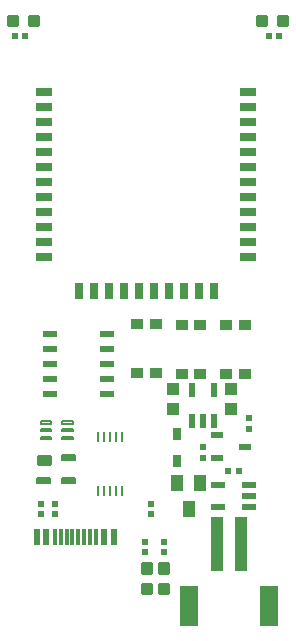
<source format=gbr>
G04 EAGLE Gerber RS-274X export*
G75*
%MOMM*%
%FSLAX34Y34*%
%LPD*%
%INSolderpaste Top*%
%IPPOS*%
%AMOC8*
5,1,8,0,0,1.08239X$1,22.5*%
G01*
%ADD10R,0.550000X1.200000*%
%ADD11R,1.000000X0.900000*%
%ADD12C,0.300000*%
%ADD13R,0.540000X0.600000*%
%ADD14R,1.000000X1.100000*%
%ADD15R,0.600000X0.540000*%
%ADD16R,0.600000X1.450000*%
%ADD17R,0.300000X1.450000*%
%ADD18C,0.200000*%
%ADD19R,1.422400X0.711200*%
%ADD20R,0.711200X1.422400*%
%ADD21C,0.247500*%
%ADD22C,0.147500*%
%ADD23R,0.800000X1.000000*%
%ADD24R,1.000000X1.400000*%
%ADD25R,1.200000X0.550000*%
%ADD26R,1.270000X0.508000*%
%ADD27R,1.117600X0.482600*%
%ADD28R,0.250000X0.875000*%
%ADD29R,1.000000X4.600000*%
%ADD30R,1.600000X3.400000*%


D10*
X162500Y175999D03*
X172000Y175999D03*
X181500Y175999D03*
X181500Y202001D03*
X162500Y202001D03*
D11*
X192000Y256500D03*
X208000Y256500D03*
X208000Y215500D03*
X192000Y215500D03*
X154000Y256500D03*
X170000Y256500D03*
X170000Y215500D03*
X154000Y215500D03*
D12*
X14730Y510500D02*
X14730Y517500D01*
X14730Y510500D02*
X7730Y510500D01*
X7730Y517500D01*
X14730Y517500D01*
X14730Y513350D02*
X7730Y513350D01*
X7730Y516200D02*
X14730Y516200D01*
X32270Y517500D02*
X32270Y510500D01*
X25270Y510500D01*
X25270Y517500D01*
X32270Y517500D01*
X32270Y513350D02*
X25270Y513350D01*
X25270Y516200D02*
X32270Y516200D01*
X236270Y517500D02*
X236270Y510500D01*
X236270Y517500D02*
X243270Y517500D01*
X243270Y510500D01*
X236270Y510500D01*
X236270Y513350D02*
X243270Y513350D01*
X243270Y516200D02*
X236270Y516200D01*
X218730Y517500D02*
X218730Y510500D01*
X218730Y517500D02*
X225730Y517500D01*
X225730Y510500D01*
X218730Y510500D01*
X218730Y513350D02*
X225730Y513350D01*
X225730Y516200D02*
X218730Y516200D01*
D13*
X227680Y502000D03*
X236320Y502000D03*
X21320Y502000D03*
X12680Y502000D03*
D14*
X195500Y185500D03*
X195500Y202500D03*
X146500Y202500D03*
X146500Y185500D03*
D11*
X132000Y216500D03*
X116000Y216500D03*
X116000Y257500D03*
X132000Y257500D03*
D15*
X211200Y177820D03*
X211200Y169180D03*
D16*
X31619Y77723D03*
X39619Y77723D03*
D17*
X61619Y77723D03*
X56619Y77723D03*
X51619Y77723D03*
X46619Y77723D03*
X66619Y77723D03*
X71619Y77723D03*
X76619Y77723D03*
X81619Y77723D03*
D16*
X88619Y77723D03*
X96619Y77723D03*
D15*
X47000Y105320D03*
X47000Y96680D03*
D18*
X43650Y173500D02*
X34750Y173500D01*
X34750Y175500D01*
X43650Y175500D01*
X43650Y173500D01*
X43650Y175400D02*
X34750Y175400D01*
X34750Y167000D02*
X43650Y167000D01*
X34750Y167000D02*
X34750Y169000D01*
X43650Y169000D01*
X43650Y167000D01*
X43650Y168900D02*
X34750Y168900D01*
X34750Y160500D02*
X43650Y160500D01*
X34750Y160500D02*
X34750Y162500D01*
X43650Y162500D01*
X43650Y160500D01*
X43650Y162400D02*
X34750Y162400D01*
X53150Y162500D02*
X62050Y162500D01*
X62050Y160500D01*
X53150Y160500D01*
X53150Y162500D01*
X53150Y162400D02*
X62050Y162400D01*
X62050Y169000D02*
X53150Y169000D01*
X62050Y169000D02*
X62050Y167000D01*
X53150Y167000D01*
X53150Y169000D01*
X53150Y168900D02*
X62050Y168900D01*
X62050Y175500D02*
X53150Y175500D01*
X62050Y175500D02*
X62050Y173500D01*
X53150Y173500D01*
X53150Y175500D01*
X53150Y175400D02*
X62050Y175400D01*
D12*
X121500Y36730D02*
X128500Y36730D01*
X128500Y29730D01*
X121500Y29730D01*
X121500Y36730D01*
X121500Y32580D02*
X128500Y32580D01*
X128500Y35430D02*
X121500Y35430D01*
X121500Y54270D02*
X128500Y54270D01*
X128500Y47270D01*
X121500Y47270D01*
X121500Y54270D01*
X121500Y50120D02*
X128500Y50120D01*
X128500Y52970D02*
X121500Y52970D01*
D15*
X123000Y73320D03*
X123000Y64680D03*
D19*
X210588Y314473D03*
X210588Y327173D03*
X210588Y339873D03*
X210588Y352573D03*
X210588Y365273D03*
X210588Y377973D03*
X210588Y390673D03*
X210588Y403373D03*
X210588Y416073D03*
X210588Y428773D03*
X210588Y441473D03*
X210588Y454173D03*
X37911Y314602D03*
X37911Y327302D03*
X37911Y340002D03*
X37911Y352702D03*
X37911Y365402D03*
X37911Y378102D03*
X37911Y390802D03*
X37911Y403502D03*
X37911Y416202D03*
X37911Y428902D03*
X37911Y441602D03*
X37911Y454302D03*
D20*
X168907Y285780D03*
X156207Y285780D03*
X143507Y285780D03*
X130807Y285780D03*
X118107Y285780D03*
X105407Y285780D03*
X92707Y285780D03*
X80007Y285780D03*
X67307Y285780D03*
X181381Y285763D03*
D21*
X42413Y138887D02*
X32487Y138887D01*
X32487Y146313D01*
X42413Y146313D01*
X42413Y138887D01*
X42413Y141238D02*
X32487Y141238D01*
X32487Y143589D02*
X42413Y143589D01*
X42413Y145940D02*
X32487Y145940D01*
D22*
X31987Y123187D02*
X42913Y123187D01*
X31987Y123187D02*
X31987Y127613D01*
X42913Y127613D01*
X42913Y123187D01*
X42913Y124588D02*
X31987Y124588D01*
X31987Y125989D02*
X42913Y125989D01*
X42913Y127390D02*
X31987Y127390D01*
X53087Y123187D02*
X64013Y123187D01*
X53087Y123187D02*
X53087Y127613D01*
X64013Y127613D01*
X64013Y123187D01*
X64013Y124588D02*
X53087Y124588D01*
X53087Y125989D02*
X64013Y125989D01*
X64013Y127390D02*
X53087Y127390D01*
X53087Y142387D02*
X64013Y142387D01*
X53087Y142387D02*
X53087Y146813D01*
X64013Y146813D01*
X64013Y142387D01*
X64013Y143788D02*
X53087Y143788D01*
X53087Y145189D02*
X64013Y145189D01*
X64013Y146590D02*
X53087Y146590D01*
D23*
X150000Y164500D03*
X150000Y141500D03*
D24*
X160000Y101000D03*
X150500Y123000D03*
X169500Y123000D03*
D15*
X127700Y105320D03*
X127700Y96680D03*
D25*
X211001Y102500D03*
X211001Y112000D03*
X211001Y121500D03*
X184999Y121500D03*
X184999Y102500D03*
D13*
X193680Y133000D03*
X202320Y133000D03*
D15*
X139000Y64680D03*
X139000Y73320D03*
D12*
X135500Y36730D02*
X142500Y36730D01*
X142500Y29730D01*
X135500Y29730D01*
X135500Y36730D01*
X135500Y32580D02*
X142500Y32580D01*
X142500Y35430D02*
X135500Y35430D01*
X135500Y54270D02*
X142500Y54270D01*
X142500Y47270D01*
X135500Y47270D01*
X135500Y54270D01*
X135500Y50120D02*
X142500Y50120D01*
X142500Y52970D02*
X135500Y52970D01*
D26*
X91130Y224000D03*
X91130Y211300D03*
X91130Y198600D03*
X91130Y236700D03*
X91130Y249400D03*
X42870Y249400D03*
X42870Y236700D03*
X42870Y224000D03*
X42870Y211300D03*
X42870Y198600D03*
D27*
X183662Y163500D03*
X183662Y144500D03*
X207538Y154000D03*
D15*
X34900Y105420D03*
X34900Y96780D03*
X172500Y153220D03*
X172500Y144580D03*
D28*
X103500Y162025D03*
X98500Y162025D03*
X93500Y162025D03*
X88500Y162025D03*
X83500Y162025D03*
X83500Y116775D03*
X88500Y116775D03*
X93500Y116775D03*
X98500Y116775D03*
X103500Y116775D03*
D29*
X204310Y71290D03*
X184310Y71290D03*
D30*
X228310Y19290D03*
X160310Y19290D03*
M02*

</source>
